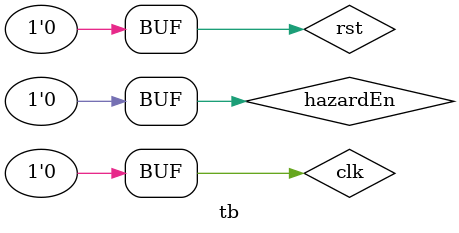
<source format=v>
module tb();
	reg clk,rst, hazardEn;
	myMIPS my(clk,rst, hazardEn);
	initial begin
	  hazardEn = 0;
		clk = 0;
		rst = 0;
		#25 rst = ~rst;
		#30 rst = ~rst;
		repeat(600) #50 clk = ~clk;
	end
endmodule
</source>
